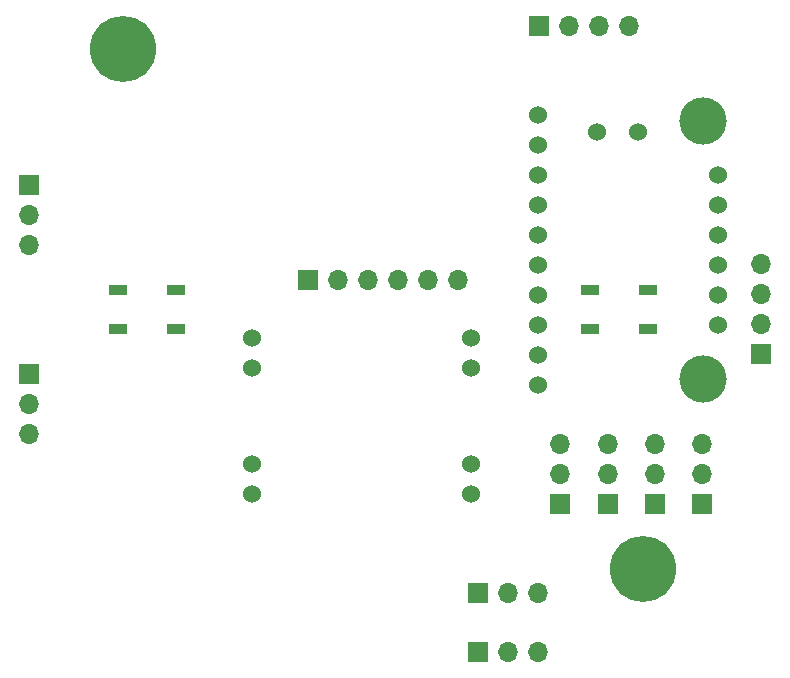
<source format=gbs>
G04 #@! TF.GenerationSoftware,KiCad,Pcbnew,6.0.9-8da3e8f707~117~ubuntu22.04.1*
G04 #@! TF.CreationDate,2022-12-16T18:05:51+00:00*
G04 #@! TF.ProjectId,gauge_servo,67617567-655f-4736-9572-766f2e6b6963,rev?*
G04 #@! TF.SameCoordinates,Original*
G04 #@! TF.FileFunction,Soldermask,Bot*
G04 #@! TF.FilePolarity,Negative*
%FSLAX46Y46*%
G04 Gerber Fmt 4.6, Leading zero omitted, Abs format (unit mm)*
G04 Created by KiCad (PCBNEW 6.0.9-8da3e8f707~117~ubuntu22.04.1) date 2022-12-16 18:05:51*
%MOMM*%
%LPD*%
G01*
G04 APERTURE LIST*
%ADD10R,1.700000X1.700000*%
%ADD11O,1.700000X1.700000*%
%ADD12C,1.524000*%
%ADD13C,5.600000*%
%ADD14C,4.000000*%
%ADD15R,1.500000X0.900000*%
G04 APERTURE END LIST*
D10*
G04 #@! TO.C,J3*
X177000000Y-116525000D03*
D11*
X177000000Y-113985000D03*
X177000000Y-111445000D03*
G04 #@! TD*
D10*
G04 #@! TO.C,J7*
X158000000Y-129000000D03*
D11*
X160540000Y-129000000D03*
X163080000Y-129000000D03*
G04 #@! TD*
D10*
G04 #@! TO.C,J4*
X163200000Y-76000000D03*
D11*
X165740000Y-76000000D03*
X168280000Y-76000000D03*
X170820000Y-76000000D03*
G04 #@! TD*
D12*
G04 #@! TO.C,U1*
X138856000Y-115604000D03*
X138856000Y-113064000D03*
X138856000Y-104936000D03*
X138856000Y-102396000D03*
X157398000Y-115604000D03*
X157398000Y-113064000D03*
X157398000Y-104936000D03*
X157398000Y-102396000D03*
G04 #@! TD*
D10*
G04 #@! TO.C,J8*
X120000000Y-105475000D03*
D11*
X120000000Y-108015000D03*
X120000000Y-110555000D03*
G04 #@! TD*
D10*
G04 #@! TO.C,J12*
X158000000Y-124000000D03*
D11*
X160540000Y-124000000D03*
X163080000Y-124000000D03*
G04 #@! TD*
D13*
G04 #@! TO.C,REF\u002A\u002A*
X172000000Y-122000000D03*
G04 #@! TD*
D10*
G04 #@! TO.C,J1*
X173000000Y-116525000D03*
D11*
X173000000Y-113985000D03*
X173000000Y-111445000D03*
G04 #@! TD*
D10*
G04 #@! TO.C,J9*
X143650000Y-97500000D03*
D11*
X146190000Y-97500000D03*
X148730000Y-97500000D03*
X151270000Y-97500000D03*
X153810000Y-97500000D03*
X156350000Y-97500000D03*
G04 #@! TD*
D13*
G04 #@! TO.C,REF\u002A\u002A*
X128000000Y-78000000D03*
G04 #@! TD*
D10*
G04 #@! TO.C,J5*
X182000000Y-103800000D03*
D11*
X182000000Y-101260000D03*
X182000000Y-98720000D03*
X182000000Y-96180000D03*
G04 #@! TD*
D10*
G04 #@! TO.C,J11*
X169000000Y-116525000D03*
D11*
X169000000Y-113985000D03*
X169000000Y-111445000D03*
G04 #@! TD*
D10*
G04 #@! TO.C,J6*
X120000000Y-89475000D03*
D11*
X120000000Y-92015000D03*
X120000000Y-94555000D03*
G04 #@! TD*
D14*
G04 #@! TO.C,U3*
X177080000Y-105922000D03*
X177080000Y-84078000D03*
D12*
X163110000Y-83570000D03*
X163110000Y-86110000D03*
X163110000Y-88650000D03*
X163110000Y-91190000D03*
X163110000Y-93730000D03*
X163110000Y-96270000D03*
X163110000Y-98810000D03*
X163110000Y-101350000D03*
X163110000Y-103890000D03*
X163110000Y-106430000D03*
X178350000Y-101350000D03*
X178350000Y-98810000D03*
X178350000Y-96270000D03*
X178350000Y-93730000D03*
X178350000Y-91190000D03*
X178350000Y-88650000D03*
X171570000Y-85000000D03*
X168070000Y-85000000D03*
G04 #@! TD*
D10*
G04 #@! TO.C,J10*
X165000000Y-116525000D03*
D11*
X165000000Y-113985000D03*
X165000000Y-111445000D03*
G04 #@! TD*
D15*
G04 #@! TO.C,D2*
X132450000Y-98350000D03*
X132450000Y-101650000D03*
X127550000Y-101650000D03*
X127550000Y-98350000D03*
G04 #@! TD*
G04 #@! TO.C,D1*
X172450000Y-98350000D03*
X172450000Y-101650000D03*
X167550000Y-101650000D03*
X167550000Y-98350000D03*
G04 #@! TD*
M02*

</source>
